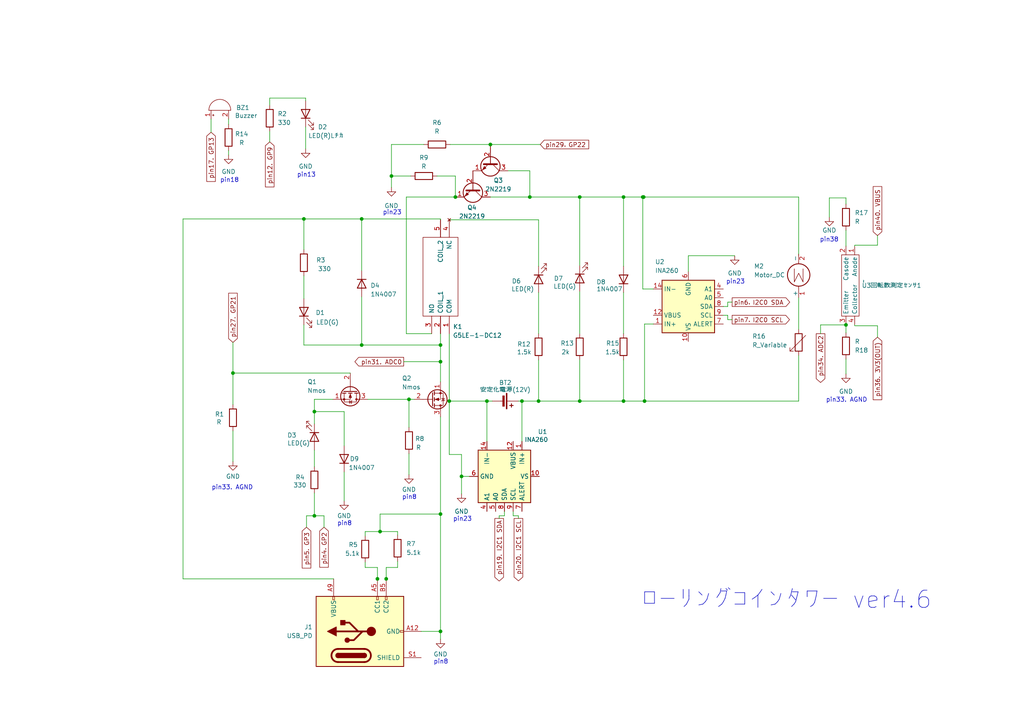
<source format=kicad_sch>
(kicad_sch (version 20230121) (generator eeschema)
  (paper "A4")
  (lib_symbols
    (symbol "Connector:USB_C_Receptacle_PowerOnly_6P" (pin_names (offset 1.016))
      (property "Reference" "J" (at 0 16.51 0))
      (property "Value" "USB_C_Receptacle_PowerOnly_6P" (at 0 13.97 0))
      (symbol "USB_C_Receptacle_PowerOnly_6P_0_0"
        (rectangle (start -0.254 -12.7) (end 0.254 -11.684))
        (rectangle (start 10.16 -7.366) (end 9.144 -7.874))
        (rectangle (start 10.16 -4.826) (end 9.144 -5.334))
        (rectangle (start 10.16 7.874) (end 9.144 7.366))
      )
      (symbol "USB_C_Receptacle_PowerOnly_6P_0_1"
        (rectangle (start -10.16 12.7) (end 10.16 -12.7) (stroke (width 0.254)) (fill (type background)))
        (arc (start -8.89 -1.27) (mid -6.985 -3.1667) (end -5.08 -1.27) (stroke (width 0.508)))
        (arc (start -7.62 -1.27) (mid -6.985 -1.9023) (end -6.35 -1.27) (stroke (width 0.254)))
        (arc (start -7.62 -1.27) (mid -6.985 -1.9023) (end -6.35 -1.27) (stroke (width 0.254)) (fill (type outline)))
        (rectangle (start -7.62 -1.27) (end -6.35 6.35) (stroke (width 0.254)) (fill (type outline)))
        (arc (start -6.35 6.35) (mid -6.985 6.9823) (end -7.62 6.35) (stroke (width 0.254)))
        (arc (start -6.35 6.35) (mid -6.985 6.9823) (end -7.62 6.35) (stroke (width 0.254)) (fill (type outline)))
        (arc (start -5.08 6.35) (mid -6.985 8.2467) (end -8.89 6.35) (stroke (width 0.508)))
        (circle (center -2.54 3.683) (radius 0.635) (stroke (width 0.254)) (fill (type outline)))
        (circle (center 0 -3.302) (radius 1.27) (fill (type outline)))
        (polyline (pts (xy -8.89 -1.27) (xy -8.89 6.35)) (stroke (width 0.508)))
        (polyline (pts (xy -5.08 6.35) (xy -5.08 -1.27)) (stroke (width 0.508)))
        (polyline (pts (xy 0 -3.302) (xy 0 6.858)) (stroke (width 0.508)))
        (polyline (pts (xy 0 -0.762) (xy -2.54 1.778) (xy -2.54 3.048)) (stroke (width 0.508)))
        (polyline (pts (xy 0 0.508) (xy 2.54 3.048) (xy 2.54 4.318)) (stroke (width 0.508)))
        (polyline (pts (xy -1.27 6.858) (xy 0 9.398) (xy 1.27 6.858) (xy -1.27 6.858)) (stroke (width 0.254)) (fill (type outline)))
        (rectangle (start 1.905 4.318) (end 3.175 5.588) (stroke (width 0.254)) (fill (type outline)))
      )
      (symbol "USB_C_Receptacle_PowerOnly_6P_1_1"
        (pin passive line (at 0 -17.78 90) (length 5.08) (name "GND") (number "A12"))
        (pin bidirectional line (at 15.24 -5.08 180) (length 5.08) (name "CC1") (number "A5"))
        (pin passive line (at 15.24 7.62 180) (length 5.08) (name "VBUS") (number "A9"))
        (pin passive line (at 0 -17.78 90) (length 5.08) hide (name "GND") (number "B12"))
        (pin bidirectional line (at 15.24 -7.62 180) (length 5.08) (name "CC2") (number "B5"))
        (pin passive line (at 15.24 7.62 180) (length 5.08) hide (name "VBUS") (number "B9"))
        (pin passive line (at -7.62 -17.78 90) (length 5.08) (name "SHIELD") (number "S1"))
      )
    )
    (symbol "Device:Battery_Cell" (pin_numbers hide) (pin_names (offset 0) hide)
      (property "Reference" "BT" (at 2.54 2.54 0))
      (property "Value" "Battery_Cell" (at 2.54 0 0))
      (symbol "Battery_Cell_0_1"
        (rectangle (start -2.286 1.778) (end 2.286 1.524) (fill (type outline)))
        (rectangle (start -1.524 1.016) (end 1.524 0.508) (fill (type outline)))
        (polyline (pts (xy 0 0.762) (xy 0 0)))
        (polyline (pts (xy 0 1.778) (xy 0 2.54)))
        (polyline (pts (xy 0.762 3.048) (xy 1.778 3.048)) (stroke (width 0.254)))
        (polyline (pts (xy 1.27 3.556) (xy 1.27 2.54)) (stroke (width 0.254)))
      )
      (symbol "Battery_Cell_1_1"
        (pin passive line (at 0 5.08 270) (length 2.54) (name "+") (number "1"))
        (pin passive line (at 0 -2.54 90) (length 2.54) (name "-") (number "2"))
      )
    )
    (symbol "Device:Buzzer" (pin_names (offset 0.0254) hide)
      (property "Reference" "BZ" (at 3.81 1.27 0))
      (property "Value" "Buzzer" (at 3.81 -1.27 0))
      (symbol "Buzzer_0_1"
        (arc (start 0 -3.175) (mid 3.1612 0) (end 0 3.175))
        (polyline (pts (xy -1.651 1.905) (xy -1.143 1.905)))
        (polyline (pts (xy -1.397 2.159) (xy -1.397 1.651)))
        (polyline (pts (xy 0 3.175) (xy 0 -3.175)))
      )
      (symbol "Buzzer_1_1"
        (pin passive line (at -2.54 2.54 0) (length 2.54) (name "-") (number "1"))
        (pin passive line (at -2.54 -2.54 0) (length 2.54) (name "+") (number "2"))
      )
    )
    (symbol "Device:LED" (pin_numbers hide) (pin_names (offset 1.016) hide)
      (property "Reference" "D" (at 0 2.54 0))
      (property "Value" "LED" (at 0 -2.54 0))
      (symbol "LED_0_1"
        (polyline (pts (xy -1.27 -1.27) (xy -1.27 1.27)) (stroke (width 0.254)))
        (polyline (pts (xy -1.27 0) (xy 1.27 0)))
        (polyline (pts (xy 1.27 -1.27) (xy 1.27 1.27) (xy -1.27 0) (xy 1.27 -1.27)) (stroke (width 0.254)))
        (polyline (pts (xy -3.048 -0.762) (xy -4.572 -2.286) (xy -3.81 -2.286) (xy -4.572 -2.286) (xy -4.572 -1.524)))
        (polyline (pts (xy -1.778 -0.762) (xy -3.302 -2.286) (xy -2.54 -2.286) (xy -3.302 -2.286) (xy -3.302 -1.524)))
      )
      (symbol "LED_1_1"
        (pin passive line (at -3.81 0 0) (length 2.54) (name "K") (number "1"))
        (pin passive line (at 3.81 0 180) (length 2.54) (name "A") (number "2"))
      )
    )
    (symbol "Device:R" (pin_numbers hide) (pin_names (offset 0))
      (property "Reference" "R" (at 2.032 0 90))
      (property "Value" "R" (at 0 0 90))
      (symbol "R_0_1"
        (rectangle (start -1.016 -2.54) (end 1.016 2.54) (stroke (width 0.254)))
      )
      (symbol "R_1_1"
        (pin passive line (at 0 3.81 270) (length 1.27) (name "~") (number "1"))
        (pin passive line (at 0 -3.81 90) (length 1.27) (name "~") (number "2"))
      )
    )
    (symbol "Device:R_Variable" (pin_numbers hide) (pin_names (offset 0))
      (property "Reference" "R" (at 2.54 -2.54 90))
      (property "Value" "R_Variable" (at -2.54 -1.27 90))
      (symbol "R_Variable_0_1"
        (rectangle (start -1.016 -2.54) (end 1.016 2.54) (stroke (width 0.254)))
        (polyline (pts (xy 2.54 1.524) (xy 2.54 2.54) (xy 1.524 2.54) (xy 2.54 2.54) (xy -2.032 -2.032)))
      )
      (symbol "R_Variable_1_1"
        (pin passive line (at 0 3.81 270) (length 1.27) (name "~") (number "1"))
        (pin passive line (at 0 -3.81 90) (length 1.27) (name "~") (number "2"))
      )
    )
    (symbol "Diode:1N4007" (pin_numbers hide) (pin_names hide)
      (property "Reference" "D" (at 0 2.54 0))
      (property "Value" "1N4007" (at 0 -2.54 0))
      (symbol "1N4007_0_1"
        (polyline (pts (xy -1.27 1.27) (xy -1.27 -1.27)) (stroke (width 0.254)))
        (polyline (pts (xy 1.27 0) (xy -1.27 0)))
        (polyline (pts (xy 1.27 1.27) (xy 1.27 -1.27) (xy -1.27 0) (xy 1.27 1.27)) (stroke (width 0.254)))
      )
      (symbol "1N4007_1_1"
        (pin passive line (at -3.81 0 0) (length 2.54) (name "K") (number "1"))
        (pin passive line (at 3.81 0 180) (length 2.54) (name "A") (number "2"))
      )
    )
    (symbol "Motor:Motor_DC" (pin_names (offset 0))
      (property "Reference" "M" (at 2.54 2.54 0))
      (property "Value" "Motor_DC" (at 2.54 -5.08 0))
      (symbol "Motor_DC_0_0"
        (polyline (pts (xy -1.27 -3.302) (xy -1.27 0.508) (xy 0 -2.032) (xy 1.27 0.508) (xy 1.27 -3.302)))
      )
      (symbol "Motor_DC_0_1"
        (circle (center 0 -1.524) (radius 3.2512) (stroke (width 0.254)))
        (polyline (pts (xy 0 -7.62) (xy 0 -7.112)))
        (polyline (pts (xy 0 -4.7752) (xy 0 -5.1816)))
        (polyline (pts (xy 0 1.7272) (xy 0 2.0828)))
        (polyline (pts (xy 0 2.032) (xy 0 2.54)))
      )
      (symbol "Motor_DC_1_1"
        (pin passive line (at 0 5.08 270) (length 2.54) (name "+") (number "1"))
        (pin passive line (at 0 -7.62 90) (length 2.54) (name "-") (number "2"))
      )
    )
    (symbol "SamacSys_Parts:G5LE-1-DC12" (pin_names (offset 0.762))
      (property "Reference" "K" (at 29.21 7.62 0))
      (property "Value" "G5LE-1-DC12" (at 29.21 5.08 0))
      (symbol "G5LE-1-DC12_0_0"
        (pin passive line (at 0 0 0) (length 5.08) (name "COM") (number "1"))
        (pin passive line (at 0 -2.54 0) (length 5.08) (name "COIL_1") (number "2"))
        (pin passive line (at 0 -5.08 0) (length 5.08) (name "NO") (number "3"))
        (pin no_connect line (at 33.02 0 180) (length 5.08) (name "NC") (number "4"))
        (pin passive line (at 33.02 -2.54 180) (length 5.08) (name "COIL_2") (number "5"))
      )
      (symbol "G5LE-1-DC12_0_1"
        (polyline (pts (xy 5.08 2.54) (xy 27.94 2.54) (xy 27.94 -7.62) (xy 5.08 -7.62) (xy 5.08 2.54)) (stroke (width 0.1524)))
      )
    )
    (symbol "Sensor:INA260"
      (property "Reference" "U" (at -6.35 8.89 0))
      (property "Value" "INA260" (at 2.54 8.89 0))
      (symbol "INA260_0_1"
        (rectangle (start -7.62 7.62) (end 7.62 -7.62) (stroke (width 0.254)) (fill (type background)))
      )
      (symbol "INA260_1_1"
        (pin passive line (at -10.16 5.08 0) (length 2.54) (name "IN+") (number "1"))
        (pin power_in line (at 0 10.16 270) (length 2.54) (name "VS") (number "10"))
        (pin passive line (at 0 -10.16 90) (length 2.54) hide (name "GND") (number "11"))
        (pin passive line (at -10.16 2.54 0) (length 2.54) (name "VBUS") (number "12"))
        (pin no_connect line (at 2.54 -7.62 90) (length 2.54) hide (name "NC") (number "13"))
        (pin passive line (at -10.16 -5.08 0) (length 2.54) (name "IN-") (number "14"))
        (pin passive line (at -10.16 -5.08 0) (length 2.54) hide (name "IN-") (number "15"))
        (pin passive line (at -10.16 -5.08 0) (length 2.54) hide (name "IN-") (number "16"))
        (pin passive line (at -10.16 5.08 0) (length 2.54) hide (name "IN+") (number "2"))
        (pin passive line (at -10.16 5.08 0) (length 2.54) hide (name "IN+") (number "3"))
        (pin input line (at 10.16 -5.08 180) (length 2.54) (name "A1") (number "4"))
        (pin input line (at 10.16 -2.54 180) (length 2.54) (name "A0") (number "5"))
        (pin power_in line (at 0 -10.16 90) (length 2.54) (name "GND") (number "6"))
        (pin open_collector line (at 10.16 5.08 180) (length 2.54) (name "ALERT") (number "7"))
        (pin bidirectional line (at 10.16 0 180) (length 2.54) (name "SDA") (number "8"))
        (pin input line (at 10.16 2.54 180) (length 2.54) (name "SCL") (number "9"))
      )
    )
    (symbol "Sensor_1:RPR-220"
      (property "Reference" "U" (at 0 2.54 0))
      (symbol "RPR-220_0_1"
        (rectangle (start -10.16 1.27) (end 7.62 -3.81))
      )
      (symbol "RPR-220_1_1"
        (pin input line (at 10.16 0 180) (length 2.54) (name "Anode") (number "1"))
        (pin input line (at 10.16 -2.54 180) (length 2.54) (name "Casode") (number "2"))
        (pin input line (at -12.7 -2.54 0) (length 2.54) (name "Emitter") (number "3"))
        (pin input line (at -12.7 0 0) (length 2.54) (name "Collector") (number "4"))
      )
    )
    (symbol "Transistor_BJT:2N2219" (pin_names (offset 0) hide)
      (property "Reference" "Q" (at 5.08 1.905 0))
      (property "Value" "2N2219" (at 5.08 0 0))
      (symbol "2N2219_0_1"
        (polyline (pts (xy 0.635 0.635) (xy 2.54 2.54)))
        (polyline (pts (xy 0.635 -0.635) (xy 2.54 -2.54) (xy 2.54 -2.54)))
        (polyline (pts (xy 0.635 1.905) (xy 0.635 -1.905) (xy 0.635 -1.905)) (stroke (width 0.508)))
        (polyline (pts (xy 1.27 -1.778) (xy 1.778 -1.27) (xy 2.286 -2.286) (xy 1.27 -1.778) (xy 1.27 -1.778)) (fill (type outline)))
        (circle (center 1.27 0) (radius 2.8194) (stroke (width 0.254)))
      )
      (symbol "2N2219_1_1"
        (pin passive line (at 2.54 -5.08 90) (length 2.54) (name "E") (number "1"))
        (pin passive line (at -5.08 0 0) (length 5.715) (name "B") (number "2"))
        (pin passive line (at 2.54 5.08 270) (length 2.54) (name "C") (number "3"))
      )
    )
    (symbol "Transistor_FET:2N7000" (pin_names hide)
      (property "Reference" "Q" (at 5.08 1.905 0))
      (property "Value" "2N7000" (at 5.08 0 0))
      (symbol "2N7000_0_1"
        (polyline (pts (xy 0.254 0) (xy -2.54 0)))
        (polyline (pts (xy 0.254 1.905) (xy 0.254 -1.905)) (stroke (width 0.254)))
        (polyline (pts (xy 0.762 -1.27) (xy 0.762 -2.286)) (stroke (width 0.254)))
        (polyline (pts (xy 0.762 0.508) (xy 0.762 -0.508)) (stroke (width 0.254)))
        (polyline (pts (xy 0.762 2.286) (xy 0.762 1.27)) (stroke (width 0.254)))
        (polyline (pts (xy 2.54 2.54) (xy 2.54 1.778)))
        (polyline (pts (xy 2.54 -2.54) (xy 2.54 0) (xy 0.762 0)))
        (polyline (pts (xy 0.762 -1.778) (xy 3.302 -1.778) (xy 3.302 1.778) (xy 0.762 1.778)))
        (polyline (pts (xy 1.016 0) (xy 2.032 0.381) (xy 2.032 -0.381) (xy 1.016 0)) (fill (type outline)))
        (polyline (pts (xy 2.794 0.508) (xy 2.921 0.381) (xy 3.683 0.381) (xy 3.81 0.254)))
        (polyline (pts (xy 3.302 0.381) (xy 2.921 -0.254) (xy 3.683 -0.254) (xy 3.302 0.381)))
        (circle (center 1.651 0) (radius 2.794) (stroke (width 0.254)))
        (circle (center 2.54 -1.778) (radius 0.254) (fill (type outline)))
        (circle (center 2.54 1.778) (radius 0.254) (fill (type outline)))
      )
      (symbol "2N7000_1_1"
        (pin passive line (at 2.54 -5.08 90) (length 2.54) (name "S") (number "1"))
        (pin input line (at -5.08 0 0) (length 2.54) (name "G") (number "2"))
        (pin passive line (at 2.54 5.08 270) (length 2.54) (name "D") (number "3"))
      )
    )
    (symbol "power:GND" (power) (pin_names (offset 0))
      (property "Value" "GND" (at 0 -3.81 0))
      (symbol "GND_0_1"
        (polyline (pts (xy 0 0) (xy 0 -1.27) (xy 1.27 -1.27) (xy 0 -2.54) (xy -1.27 -1.27) (xy 0 -1.27)))
      )
      (symbol "GND_1_1"
        (pin power_in line (at 0 0 270) (length 0) hide (name "GND") (number "1"))
      )
    )
  )
  (junction (at 104.902 63.5))
  (junction (at 142.24 41.91))
  (junction (at 186.69 57.15))
  (junction (at 245.364 94.234))
  (junction (at 132.08 57.15))
  (junction (at 127.762 149.098))
  (junction (at 127.762 100.076))
  (junction (at 110.236 154.178))
  (junction (at 133.858 138.176))
  (junction (at 91.186 119.38))
  (junction (at 113.538 51.054))
  (junction (at 112.014 167.894))
  (junction (at 186.436 57.15))
  (junction (at 168.148 116.332))
  (junction (at 168.148 57.15))
  (junction (at 156.21 116.332))
  (junction (at 88.138 63.5))
  (junction (at 151.384 116.332))
  (junction (at 186.944 116.332))
  (junction (at 180.848 57.15))
  (junction (at 153.67 57.15))
  (junction (at 104.902 100.076))
  (junction (at 118.618 115.824))
  (junction (at 109.474 167.894))
  (junction (at 127.762 104.902))
  (junction (at 91.186 149.606))
  (junction (at 180.848 116.332))
  (junction (at 67.564 108.204))
  (junction (at 127.762 183.134))
  (junction (at 130.302 116.332))
  (junction (at 141.224 116.332))
  (wire (pts (xy 117.856 57.15) (xy 117.856 96.774)))
  (wire (pts (xy 67.564 108.204) (xy 67.564 117.348)))
  (wire (pts (xy 180.848 57.15) (xy 186.436 57.15)))
  (wire (pts (xy 245.364 104.14) (xy 245.364 108.458)))
  (wire (pts (xy 186.436 57.15) (xy 186.436 56.896)))
  (wire (pts (xy 180.848 84.836) (xy 180.848 96.774)))
  (wire (pts (xy 67.564 124.968) (xy 67.564 133.858)))
  (wire (pts (xy 127.762 104.902) (xy 127.762 110.744)))
  (wire (pts (xy 144.78 150.368) (xy 144.78 149.606)))
  (wire (pts (xy 127.762 100.076) (xy 127.762 104.902)))
  (wire (pts (xy 99.822 136.906) (xy 99.822 145.288)))
  (wire (pts (xy 111.76 168.148) (xy 111.76 167.894)))
  (wire (pts (xy 91.186 115.824) (xy 91.186 119.38)))
  (wire (pts (xy 156.21 84.836) (xy 156.21 96.774)))
  (wire (pts (xy 247.904 94.234) (xy 247.904 94.488)))
  (wire (pts (xy 156.21 116.332) (xy 168.148 116.332)))
  (wire (pts (xy 151.384 116.332) (xy 156.21 116.332)))
  (wire (pts (xy 88.138 80.01) (xy 88.138 86.614)))
  (wire (pts (xy 254.508 94.488) (xy 254.508 97.79)))
  (wire (pts (xy 127.762 120.904) (xy 127.762 149.098)))
  (wire (pts (xy 88.646 36.83) (xy 88.646 43.18)))
  (wire (pts (xy 88.138 63.5) (xy 88.138 72.39)))
  (wire (pts (xy 180.848 57.15) (xy 180.848 77.216)))
  (wire (pts (xy 127.762 149.098) (xy 127.762 183.134)))
  (wire (pts (xy 113.538 51.054) (xy 119.126 51.054)))
  (wire (pts (xy 105.918 163.068) (xy 105.918 164.592)))
  (wire (pts (xy 53.086 167.894) (xy 96.774 167.894)))
  (wire (pts (xy 156.21 63.754) (xy 130.302 63.754)))
  (wire (pts (xy 93.98 152.908) (xy 93.98 149.606)))
  (wire (pts (xy 254.508 71.12) (xy 254.508 68.326)))
  (wire (pts (xy 147.32 49.53) (xy 153.67 49.53)))
  (wire (pts (xy 109.474 164.592) (xy 105.918 164.592)))
  (wire (pts (xy 240.538 57.404) (xy 240.538 62.992)))
  (wire (pts (xy 78.232 28.448) (xy 78.232 30.48)))
  (wire (pts (xy 110.236 149.098) (xy 110.236 154.178)))
  (wire (pts (xy 168.148 84.582) (xy 168.148 96.774)))
  (wire (pts (xy 130.302 116.332) (xy 130.302 96.774)))
  (wire (pts (xy 106.68 115.824) (xy 118.618 115.824)))
  (wire (pts (xy 151.384 116.332) (xy 151.384 128.016)))
  (wire (pts (xy 186.436 83.82) (xy 189.484 83.82)))
  (wire (pts (xy 245.364 66.802) (xy 245.364 71.374)))
  (wire (pts (xy 109.474 164.592) (xy 109.474 167.894)))
  (wire (pts (xy 245.364 57.404) (xy 245.364 59.182)))
  (wire (pts (xy 115.316 162.814) (xy 115.316 164.592)))
  (wire (pts (xy 186.436 56.896) (xy 186.69 56.896)))
  (wire (pts (xy 127.762 63.5) (xy 127.762 63.754)))
  (wire (pts (xy 88.9 152.908) (xy 88.9 149.606)))
  (wire (pts (xy 211.074 91.44) (xy 209.804 91.44)))
  (wire (pts (xy 231.648 57.15) (xy 231.648 73.66)))
  (wire (pts (xy 115.316 154.178) (xy 115.316 155.194)))
  (wire (pts (xy 91.186 130.556) (xy 91.186 135.382)))
  (wire (pts (xy 113.538 41.91) (xy 122.936 41.91)))
  (wire (pts (xy 127.762 96.774) (xy 127.762 100.076)))
  (wire (pts (xy 199.644 78.74) (xy 199.644 74.168)))
  (wire (pts (xy 127.762 183.134) (xy 127.762 185.42)))
  (wire (pts (xy 132.08 57.15) (xy 132.08 51.054)))
  (wire (pts (xy 180.848 116.332) (xy 186.944 116.332)))
  (wire (pts (xy 142.24 41.91) (xy 156.718 41.91)))
  (wire (pts (xy 168.148 104.394) (xy 168.148 116.332)))
  (wire (pts (xy 122.174 183.134) (xy 127.762 183.134)))
  (wire (pts (xy 109.474 168.148) (xy 109.474 167.894)))
  (wire (pts (xy 247.904 94.488) (xy 254.508 94.488)))
  (wire (pts (xy 91.186 149.606) (xy 93.98 149.606)))
  (wire (pts (xy 133.858 138.176) (xy 133.858 143.256)))
  (wire (pts (xy 117.094 104.902) (xy 127.762 104.902)))
  (wire (pts (xy 148.844 149.606) (xy 150.368 149.606)))
  (wire (pts (xy 130.556 41.91) (xy 142.24 41.91)))
  (wire (pts (xy 247.904 71.12) (xy 254.508 71.12)))
  (wire (pts (xy 211.074 92.71) (xy 212.344 92.71)))
  (wire (pts (xy 88.646 28.448) (xy 88.646 29.21)))
  (wire (pts (xy 99.822 119.38) (xy 99.822 129.286)))
  (wire (pts (xy 112.014 164.592) (xy 112.014 167.894)))
  (wire (pts (xy 105.918 155.448) (xy 105.918 154.178)))
  (wire (pts (xy 141.224 116.332) (xy 141.224 128.016)))
  (wire (pts (xy 150.368 116.332) (xy 151.384 116.332)))
  (wire (pts (xy 113.538 41.91) (xy 113.538 51.054)))
  (wire (pts (xy 117.856 96.774) (xy 125.222 96.774)))
  (wire (pts (xy 130.302 131.826) (xy 133.858 131.826)))
  (wire (pts (xy 118.618 131.572) (xy 118.618 137.668)))
  (wire (pts (xy 66.294 44.958) (xy 66.294 43.688)))
  (wire (pts (xy 105.918 154.178) (xy 110.236 154.178)))
  (wire (pts (xy 211.074 91.44) (xy 211.074 92.71)))
  (wire (pts (xy 237.998 94.234) (xy 245.364 94.234)))
  (wire (pts (xy 245.364 96.52) (xy 245.364 94.234)))
  (wire (pts (xy 142.24 57.15) (xy 153.67 57.15)))
  (wire (pts (xy 186.69 57.15) (xy 231.648 57.15)))
  (wire (pts (xy 130.302 116.332) (xy 141.224 116.332)))
  (wire (pts (xy 186.944 93.98) (xy 186.944 116.332)))
  (wire (pts (xy 53.086 63.5) (xy 53.086 167.894)))
  (wire (pts (xy 146.304 149.606) (xy 146.304 148.336)))
  (wire (pts (xy 156.21 104.394) (xy 156.21 116.332)))
  (wire (pts (xy 133.858 131.826) (xy 133.858 138.176)))
  (wire (pts (xy 117.856 57.15) (xy 132.08 57.15)))
  (wire (pts (xy 247.904 71.374) (xy 247.904 71.12)))
  (wire (pts (xy 88.138 63.5) (xy 104.902 63.5)))
  (wire (pts (xy 88.646 28.448) (xy 78.232 28.448)))
  (wire (pts (xy 245.364 57.404) (xy 240.538 57.404)))
  (wire (pts (xy 111.76 167.894) (xy 112.014 167.894)))
  (wire (pts (xy 211.074 87.63) (xy 211.074 88.9)))
  (wire (pts (xy 231.648 103.124) (xy 231.648 116.332)))
  (wire (pts (xy 186.69 57.15) (xy 186.69 56.896)))
  (wire (pts (xy 211.074 87.63) (xy 212.344 87.63)))
  (wire (pts (xy 168.148 116.332) (xy 180.848 116.332)))
  (wire (pts (xy 168.148 57.15) (xy 180.848 57.15)))
  (wire (pts (xy 153.67 49.53) (xy 153.67 57.15)))
  (wire (pts (xy 142.748 116.332) (xy 141.224 116.332)))
  (wire (pts (xy 186.944 116.332) (xy 231.648 116.332)))
  (wire (pts (xy 231.648 86.36) (xy 231.648 95.504)))
  (wire (pts (xy 133.858 138.176) (xy 136.144 138.176)))
  (wire (pts (xy 180.848 104.394) (xy 180.848 116.332)))
  (wire (pts (xy 88.138 100.076) (xy 104.902 100.076)))
  (wire (pts (xy 199.644 74.168) (xy 213.106 74.168)))
  (wire (pts (xy 104.902 100.076) (xy 127.762 100.076)))
  (wire (pts (xy 53.086 63.5) (xy 88.138 63.5)))
  (wire (pts (xy 104.902 86.106) (xy 104.902 100.076)))
  (wire (pts (xy 78.232 38.1) (xy 78.232 41.148)))
  (wire (pts (xy 186.436 83.82) (xy 186.436 57.15)))
  (wire (pts (xy 186.436 57.15) (xy 186.69 57.15)))
  (wire (pts (xy 130.302 116.332) (xy 130.302 131.826)))
  (wire (pts (xy 150.368 149.606) (xy 150.368 150.368)))
  (wire (pts (xy 67.564 99.314) (xy 67.564 108.204)))
  (wire (pts (xy 168.148 57.15) (xy 168.148 76.962)))
  (wire (pts (xy 66.294 36.068) (xy 66.294 34.544)))
  (wire (pts (xy 61.214 38.354) (xy 61.214 34.544)))
  (wire (pts (xy 104.902 63.5) (xy 104.902 78.486)))
  (wire (pts (xy 91.186 143.002) (xy 91.186 149.606)))
  (wire (pts (xy 91.186 115.824) (xy 96.52 115.824)))
  (wire (pts (xy 156.21 63.754) (xy 156.21 77.216)))
  (wire (pts (xy 88.9 149.606) (xy 91.186 149.606)))
  (wire (pts (xy 237.998 96.774) (xy 237.998 94.234)))
  (wire (pts (xy 186.944 93.98) (xy 189.484 93.98)))
  (wire (pts (xy 112.014 164.592) (xy 115.316 164.592)))
  (wire (pts (xy 110.236 149.098) (xy 127.762 149.098)))
  (wire (pts (xy 153.67 57.15) (xy 168.148 57.15)))
  (wire (pts (xy 118.618 115.824) (xy 118.618 123.952)))
  (wire (pts (xy 88.138 94.234) (xy 88.138 100.076)))
  (wire (pts (xy 148.844 148.336) (xy 148.844 149.606)))
  (wire (pts (xy 211.074 88.9) (xy 209.804 88.9)))
  (wire (pts (xy 67.564 108.204) (xy 101.6 108.204)))
  (wire (pts (xy 110.236 154.178) (xy 115.316 154.178)))
  (wire (pts (xy 144.78 149.606) (xy 146.304 149.606)))
  (wire (pts (xy 91.186 119.38) (xy 99.822 119.38)))
  (wire (pts (xy 104.902 63.5) (xy 127.762 63.5)))
  (wire (pts (xy 118.618 115.824) (xy 120.142 115.824)))
  (wire (pts (xy 112.014 168.148) (xy 111.76 168.148)))
  (wire (pts (xy 126.746 51.054) (xy 132.08 51.054)))
  (wire (pts (xy 113.538 51.054) (xy 113.538 54.356)))
  (wire (pts (xy 112.014 167.894) (xy 112.014 168.148)))
  (wire (pts (xy 91.186 119.38) (xy 91.186 122.936)))
  (text "pin23" (at 210.566 82.55 0) (effects (font (size 1.27 1.27)) (justify left bottom)))
  (text "pin8" (at 116.586 145.034 0) (effects (font (size 1.27 1.27)) (justify left bottom)))
  (text "pin8" (at 97.79 152.654 0) (effects (font (size 1.27 1.27)) (justify left bottom)))
  (text "pin33. AGND" (at 73.406 142.24 0) (effects (font (size 1.27 1.27)) (justify right bottom)))
  (text "pin23\n" (at 110.998 62.484 0) (effects (font (size 1.27 1.27)) (justify left bottom)))
  (text "pin33. AGND" (at 239.522 116.84 0) (effects (font (size 1.27 1.27)) (justify left bottom)))
  (text "pin38" (at 237.744 70.358 0) (effects (font (size 1.27 1.27)) (justify left bottom)))
  (text "pin8" (at 125.73 192.786 0) (effects (font (size 1.27 1.27)) (justify left bottom)))
  (text "ローリングコインタワー ver4.6\n" (at 185.674 177.038 0) (effects (font (size 5 5)) (justify left bottom)))
  (text "pin23" (at 136.906 151.384 0) (effects (font (size 1.27 1.27)) (justify right bottom)))
  (text "pin13" (at 86.106 51.562 0) (effects (font (size 1.27 1.27)) (justify left bottom)))
  (text "pin18" (at 69.342 53.086 0) (effects (font (size 1.27 1.27)) (justify right bottom)))
  (global_label "pin34. ADC2" (shape output) (at 237.998 96.774 270) (property "Intersheetrefs" "${INTERSHEET_REFS}" (effects hide)))
  (global_label "pin20. I2C1 SCL" (shape output) (at 150.368 150.368 270) (property "Intersheetrefs" "${INTERSHEET_REFS}" (effects hide)))
  (global_label "pin4．GP2" (shape input) (at 93.98 152.908 270) (property "Intersheetrefs" "${INTERSHEET_REFS}" (effects hide)))
  (global_label "pin7．I2C0 SCL" (shape output) (at 212.344 92.71 0) (property "Intersheetrefs" "${INTERSHEET_REFS}" (effects hide)))
  (global_label "pin5. GP3" (shape input) (at 88.9 152.908 270) (property "Intersheetrefs" "${INTERSHEET_REFS}" (effects hide)))
  (global_label "pin29．GP22" (shape input) (at 156.718 41.91 0) (property "Intersheetrefs" "${INTERSHEET_REFS}" (effects hide)))
  (global_label "pin17. GP13" (shape input) (at 61.214 38.354 270) (property "Intersheetrefs" "${INTERSHEET_REFS}" (effects hide)))
  (global_label "pin6．I2C0 SDA" (shape output) (at 212.344 87.63 0) (property "Intersheetrefs" "${INTERSHEET_REFS}" (effects hide)))
  (global_label "pin19. I2C1 SDA" (shape output) (at 144.78 150.368 270) (property "Intersheetrefs" "${INTERSHEET_REFS}" (effects hide)))
  (global_label "pin31. ADC0" (shape output) (at 117.094 104.902 180) (property "Intersheetrefs" "${INTERSHEET_REFS}" (effects hide)))
  (global_label "pin27. GP21" (shape input) (at 67.564 99.314 90) (property "Intersheetrefs" "${INTERSHEET_REFS}" (effects hide)))
  (global_label "pin40. VBUS" (shape input) (at 254.508 68.326 90) (property "Intersheetrefs" "${INTERSHEET_REFS}" (effects hide)))
  (global_label "pin36. 3V3(OUT)" (shape input) (at 254.508 97.79 270) (property "Intersheetrefs" "${INTERSHEET_REFS}" (effects hide)))
  (global_label "pin12. GP9" (shape input) (at 78.232 41.148 270) (property "Intersheetrefs" "${INTERSHEET_REFS}" (effects hide)))
  (symbol (lib_id "Transistor_BJT:2N2219") (at 137.16 54.61 270) (unit 1)
    (property "Reference" "Q3" (at 144.526 52.324 90))
    (property "Value" "2N2219" (at 144.526 54.864 90))
    (property "Footprint" "Package_TO_SOT_THT:TO-39-3" (effects hide))
    (property "Datasheet" "http://www.onsemi.com/pub_link/Collateral/2N2219-D.PDF" (effects hide))
  )
  (symbol (lib_id "Diode:1N4007") (at 99.822 133.096 90) (unit 1)
    (property "Reference" "D9" (at 104.14 133.096 90) (effects (justify left)))
    (property "Value" "1N4007" (at 108.712 135.636 90) (effects (justify left)))
    (property "Footprint" "Diode_THT:D_DO-41_SOD81_P10.16mm_Horizontal" (effects hide))
    (property "Datasheet" "http://www.vishay.com/docs/88503/1n4001.pdf" (effects hide))
    (property "Sim.Device" "D" (effects hide))
    (property "Sim.Pins" "1=K 2=A" (effects hide))
  )
  (symbol (lib_id "Diode:1N4007") (at 180.848 81.026 270) (mirror x) (unit 1)
    (property "Reference" "D8" (at 172.974 81.788 90) (effects (justify left)))
    (property "Value" "1N4007" (at 172.974 83.82 90) (effects (justify left)))
    (property "Footprint" "Diode_THT:D_DO-41_SOD81_P10.16mm_Horizontal" (effects hide))
    (property "Datasheet" "http://www.vishay.com/docs/88503/1n4001.pdf" (effects hide))
    (property "Sim.Device" "D" (effects hide))
    (property "Sim.Pins" "1=K 2=A" (effects hide))
  )
  (symbol (lib_id "Transistor_BJT:2N2219") (at 142.24 46.99 270) (unit 1)
    (property "Reference" "Q4" (at 136.906 60.198 90))
    (property "Value" "2N2219" (at 136.906 62.738 90))
    (property "Footprint" "Package_TO_SOT_THT:TO-39-3" (effects hide))
    (property "Datasheet" "http://www.onsemi.com/pub_link/Collateral/2N2219-D.PDF" (effects hide))
  )
  (symbol (lib_id "Device:R") (at 245.364 62.992 0) (unit 1)
    (property "Reference" "R17" (at 247.904 61.722 0) (effects (justify left)))
    (property "Value" "R" (at 247.904 64.262 0) (effects (justify left)))
  )
  (symbol (lib_id "power:GND") (at 213.106 74.168 0) (unit 1)
    (property "Reference" "#PWR08" (effects hide))
    (property "Value" "GND" (at 213.106 79.248 0))
  )
  (symbol (lib_id "Device:R") (at 122.936 51.054 90) (unit 1)
    (property "Reference" "R9" (at 122.936 45.72 90))
    (property "Value" "R" (at 122.936 48.26 90))
  )
  (symbol (lib_id "Device:R") (at 67.564 121.158 0) (mirror y) (unit 1)
    (property "Reference" "R1" (at 65.024 120.142 0) (effects (justify left)))
    (property "Value" "R" (at 64.262 122.428 0) (effects (justify left)))
  )
  (symbol (lib_id "Transistor_FET:2N7000") (at 125.222 115.824 0) (mirror x) (unit 1)
    (property "Reference" "Q2" (at 116.586 109.728 0) (effects (justify left)))
    (property "Value" "Nmos" (at 116.586 112.268 0) (effects (justify left)))
    (property "Footprint" "Package_TO_SOT_THT:TO-92_Inline" (effects hide))
    (property "Datasheet" "https://www.vishay.com/docs/70226/70226.pdf" (effects hide))
  )
  (symbol (lib_id "Diode:1N4007") (at 104.902 82.296 270) (unit 1)
    (property "Reference" "D4" (at 107.442 82.804 90) (effects (justify left)))
    (property "Value" "1N4007" (at 107.442 85.344 90) (effects (justify left)))
    (property "Footprint" "Diode_THT:D_DO-41_SOD81_P10.16mm_Horizontal" (effects hide))
    (property "Datasheet" "http://www.vishay.com/docs/88503/1n4001.pdf" (effects hide))
    (property "Sim.Device" "D" (effects hide))
    (property "Sim.Pins" "1=K 2=A" (effects hide))
  )
  (symbol (lib_id "Device:R") (at 156.21 100.584 180) (unit 1)
    (property "Reference" "R12" (at 153.924 99.822 0) (effects (justify left)))
    (property "Value" "1.5k" (at 154.178 102.108 0) (effects (justify left)))
  )
  (symbol (lib_id "Device:R") (at 88.138 76.2 0) (unit 1)
    (property "Reference" "R3" (at 91.694 75.438 0) (effects (justify left)))
    (property "Value" "330" (at 92.202 77.978 0) (effects (justify left)))
  )
  (symbol (lib_id "Device:R") (at 91.186 139.192 180) (unit 1)
    (property "Reference" "R4" (at 88.392 138.43 0) (effects (justify left)))
    (property "Value" "330" (at 88.9 140.716 0) (effects (justify left)))
  )
  (symbol (lib_id "Device:R") (at 66.294 39.878 0) (unit 1)
    (property "Reference" "R14" (at 70.104 38.862 0))
    (property "Value" "R" (at 70.104 41.402 0))
  )
  (symbol (lib_id "power:GND") (at 245.364 108.458 0) (unit 1)
    (property "Reference" "#PWR010" (effects hide))
    (property "Value" "GND" (at 245.364 113.538 0))
  )
  (symbol (lib_id "Device:LED") (at 88.646 33.02 90) (unit 1)
    (property "Reference" "D2" (at 92.202 36.83 90) (effects (justify right)))
    (property "Value" "LED(R)Lチカ" (at 89.408 39.37 90) (effects (justify right)))
  )
  (symbol (lib_id "Device:LED") (at 156.21 81.026 90) (mirror x) (unit 1)
    (property "Reference" "D6" (at 151.13 81.534 90) (effects (justify left)))
    (property "Value" "LED(R)" (at 154.94 83.82 90) (effects (justify left)))
  )
  (symbol (lib_id "Device:Buzzer") (at 63.754 32.004 90) (unit 1)
    (property "Reference" "BZ1" (at 72.39 31.242 90) (effects (justify left)))
    (property "Value" "Buzzer" (at 74.676 33.528 90) (effects (justify left)))
  )
  (symbol (lib_id "power:GND") (at 99.822 145.288 0) (unit 1)
    (property "Reference" "#PWR011" (effects hide))
    (property "Value" "GND" (at 99.822 149.606 0))
  )
  (symbol (lib_id "Connector:USB_C_Receptacle_PowerOnly_6P") (at 104.394 183.134 90) (unit 1)
    (property "Reference" "J1" (at 90.678 181.864 90) (effects (justify left)))
    (property "Value" "USB_PD" (at 90.678 184.404 90) (effects (justify left)))
    (property "Datasheet" "https://www.usb.org/sites/default/files/documents/usb_type-c.zip" (effects hide))
  )
  (symbol (lib_id "Device:R") (at 180.848 100.584 0) (unit 1)
    (property "Reference" "R15" (at 175.768 99.568 0) (effects (justify left)))
    (property "Value" "1.5k" (at 175.514 102.108 0) (effects (justify left)))
  )
  (symbol (lib_id "Device:R") (at 245.364 100.33 0) (mirror x) (unit 1)
    (property "Reference" "R18" (at 247.904 101.6 0) (effects (justify left)))
    (property "Value" "R" (at 247.904 99.06 0) (effects (justify left)))
  )
  (symbol (lib_id "Device:R_Variable") (at 231.648 99.314 180) (unit 1)
    (property "Reference" "R16" (at 218.186 97.536 0) (effects (justify right)))
    (property "Value" "R_Variable" (at 218.186 100.076 0) (effects (justify right)))
  )
  (symbol (lib_id "power:GND") (at 113.538 54.356 0) (unit 1)
    (property "Reference" "#PWR03" (effects hide))
    (property "Value" "GND" (at 113.538 59.69 0))
  )
  (symbol (lib_id "Sensor_1:RPR-220") (at 247.904 81.534 270) (mirror x) (unit 1)
    (property "Reference" "U3回転数測定センサ1" (at 249.936 82.804 90) (effects (justify left)))
    (property "Value" "~" (at 250.444 81.534 0))
  )
  (symbol (lib_id "Transistor_FET:2N7000") (at 101.6 113.284 270) (unit 1)
    (property "Reference" "Q1" (at 89.154 110.744 90) (effects (justify left)))
    (property "Value" "Nmos" (at 89.154 113.284 90) (effects (justify left)))
    (property "Footprint" "Package_TO_SOT_THT:TO-92_Inline" (effects hide))
    (property "Datasheet" "https://www.vishay.com/docs/70226/70226.pdf" (effects hide))
  )
  (symbol (lib_id "Device:R") (at 78.232 34.29 0) (unit 1)
    (property "Reference" "R2" (at 80.518 33.02 0) (effects (justify left)))
    (property "Value" "330" (at 80.518 35.56 0) (effects (justify left)))
  )
  (symbol (lib_id "Device:LED") (at 91.186 126.746 270) (unit 1)
    (property "Reference" "D3" (at 83.312 126.238 90) (effects (justify left)))
    (property "Value" "LED(G)" (at 83.312 128.524 90) (effects (justify left)))
  )
  (symbol (lib_id "power:GND") (at 67.564 133.858 0) (mirror y) (unit 1)
    (property "Reference" "#PWR01" (effects hide))
    (property "Value" "GND" (at 67.564 138.176 0))
  )
  (symbol (lib_id "Device:R") (at 126.746 41.91 270) (unit 1)
    (property "Reference" "R6" (at 126.746 35.56 90))
    (property "Value" "R" (at 126.746 38.1 90))
  )
  (symbol (lib_id "Device:LED") (at 168.148 80.772 90) (mirror x) (unit 1)
    (property "Reference" "D7" (at 163.322 80.772 90) (effects (justify left)))
    (property "Value" "LED(G)" (at 167.132 83.058 90) (effects (justify left)))
  )
  (symbol (lib_id "Sensor:INA260") (at 199.644 88.9 0) (mirror x) (unit 1)
    (property "Reference" "U2" (at 189.992 75.946 0) (effects (justify left)))
    (property "Value" "INA260" (at 189.992 78.486 0) (effects (justify left)))
    (property "Footprint" "Package_SO:TSSOP-16_4.4x5mm_P0.65mm" (effects hide))
    (property "Datasheet" "http://www.ti.com/lit/ds/symlink/ina260.pdf" (effects hide))
  )
  (symbol (lib_id "power:GND") (at 240.538 62.992 0) (unit 1)
    (property "Reference" "#PWR09" (effects hide))
    (property "Value" "GND" (at 240.538 66.802 0))
  )
  (symbol (lib_id "Device:Battery_Cell") (at 145.288 116.332 270) (unit 1)
    (property "Reference" "BT2" (at 146.558 110.998 90))
    (property "Value" "安定化電源(12V)" (at 146.558 113.03 90))
  )
  (symbol (lib_id "Device:R") (at 105.918 159.258 0) (unit 1)
    (property "Reference" "R5" (at 101.092 157.988 0) (effects (justify left)))
    (property "Value" "5.1k" (at 100.076 160.528 0) (effects (justify left)))
  )
  (symbol (lib_id "power:GND") (at 118.618 137.668 0) (unit 1)
    (property "Reference" "#PWR04" (effects hide))
    (property "Value" "GND" (at 118.618 141.986 0))
  )
  (symbol (lib_id "SamacSys_Parts:G5LE-1-DC12") (at 130.302 96.774 270) (mirror x) (unit 1)
    (property "Reference" "K1" (at 134.112 94.742 90) (effects (justify right)))
    (property "Value" "G5LE-1-DC12" (at 145.542 97.282 90) (effects (justify right)))
    (property "Footprint" "G5LE-1" (effects hide))
    (property "Datasheet" "http://omronfs.omron.com/en_US/ecb/products/pdf/en-g5le.pdf" (effects hide))
    (property "Description" "General Purpose Relays PowerPCBRelay 12VDC SPDT FluxProtect VDE" (effects hide))
    (property "Manufacturer_Name" "Omron Electronics" (effects hide))
    (property "Manufacturer_Part_Number" "G5LE-1-DC12" (effects hide))
  )
  (symbol (lib_id "Device:R") (at 115.316 159.004 0) (unit 1)
    (property "Reference" "R7" (at 117.856 157.734 0) (effects (justify left)))
    (property "Value" "5.1k" (at 117.856 160.274 0) (effects (justify left)))
  )
  (symbol (lib_id "Motor:Motor_DC") (at 231.648 81.28 0) (mirror x) (unit 1)
    (property "Reference" "M2" (at 218.694 77.216 0) (effects (justify left)))
    (property "Value" "Motor_DC" (at 218.694 79.756 0) (effects (justify left)))
  )
  (symbol (lib_id "power:GND") (at 127.762 185.42 0) (unit 1)
    (property "Reference" "#PWR05" (effects hide))
    (property "Value" "GND" (at 127.762 189.738 0))
  )
  (symbol (lib_id "power:GND") (at 88.646 43.18 0) (unit 1)
    (property "Reference" "#PWR02" (effects hide))
    (property "Value" "GND" (at 88.646 48.26 0))
  )
  (symbol (lib_id "power:GND") (at 66.294 44.958 0) (unit 1)
    (property "Reference" "#PWR07" (effects hide))
    (property "Value" "GND" (at 66.294 49.784 0))
  )
  (symbol (lib_id "Device:R") (at 118.618 127.762 0) (mirror x) (unit 1)
    (property "Reference" "R8" (at 120.396 127.254 0) (effects (justify left)))
    (property "Value" "R" (at 120.65 129.794 0) (effects (justify left)))
  )
  (symbol (lib_id "Sensor:INA260") (at 146.304 138.176 270) (unit 1)
    (property "Reference" "U1" (at 158.75 125.222 90) (effects (justify right)))
    (property "Value" "INA260" (at 159.004 127.508 90) (effects (justify right)))
    (property "Footprint" "Package_SO:TSSOP-16_4.4x5mm_P0.65mm" (effects hide))
    (property "Datasheet" "http://www.ti.com/lit/ds/symlink/ina260.pdf" (effects hide))
  )
  (symbol (lib_id "power:GND") (at 133.858 143.256 0) (unit 1)
    (property "Reference" "#PWR06" (effects hide))
    (property "Value" "GND" (at 133.858 148.336 0))
  )
  (symbol (lib_id "Device:R") (at 168.148 100.584 0) (unit 1)
    (property "Reference" "R13" (at 162.56 99.568 0) (effects (justify left)))
    (property "Value" "2k" (at 162.814 102.108 0) (effects (justify left)))
  )
  (symbol (lib_id "Device:LED") (at 88.138 90.424 90) (unit 1)
    (property "Reference" "D1" (at 94.234 90.678 90) (effects (justify left)))
    (property "Value" "LED(G)" (at 98.298 93.472 90) (effects (justify left)))
  )
)
</source>
